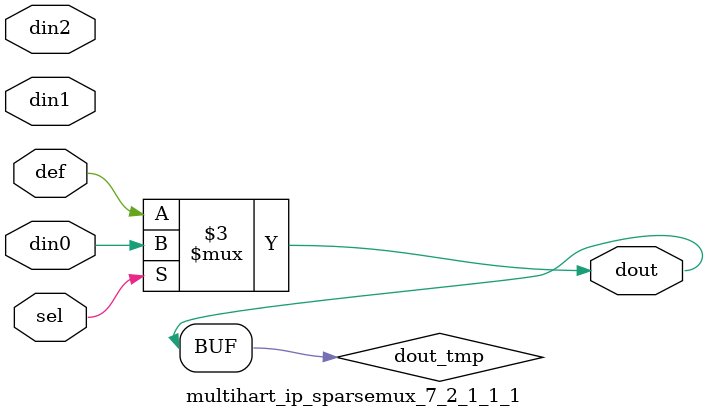
<source format=v>
`timescale 1ns / 1ps

module multihart_ip_sparsemux_7_2_1_1_1 (din0,din1,din2,def,sel,dout);

parameter din0_WIDTH = 1;

parameter din1_WIDTH = 1;

parameter din2_WIDTH = 1;

parameter def_WIDTH = 1;
parameter sel_WIDTH = 1;
parameter dout_WIDTH = 1;

parameter [sel_WIDTH-1:0] CASE0 = 1;

parameter [sel_WIDTH-1:0] CASE1 = 1;

parameter [sel_WIDTH-1:0] CASE2 = 1;

parameter ID = 1;
parameter NUM_STAGE = 1;



input [din0_WIDTH-1:0] din0;

input [din1_WIDTH-1:0] din1;

input [din2_WIDTH-1:0] din2;

input [def_WIDTH-1:0] def;
input [sel_WIDTH-1:0] sel;

output [dout_WIDTH-1:0] dout;



reg [dout_WIDTH-1:0] dout_tmp;


always @ (*) begin
(* parallel_case *) case (sel)
    
    CASE0 : dout_tmp = din0;
    
    CASE1 : dout_tmp = din1;
    
    CASE2 : dout_tmp = din2;
    
    default : dout_tmp = def;
endcase
end


assign dout = dout_tmp;



endmodule

</source>
